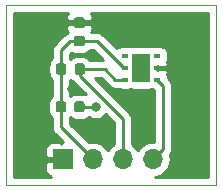
<source format=gbr>
G04 #@! TF.GenerationSoftware,KiCad,Pcbnew,(5.1.4)-1*
G04 #@! TF.CreationDate,2020-05-14T15:58:35+02:00*
G04 #@! TF.ProjectId,sts21,73747332-312e-46b6-9963-61645f706362,rev?*
G04 #@! TF.SameCoordinates,Original*
G04 #@! TF.FileFunction,Copper,L1,Top*
G04 #@! TF.FilePolarity,Positive*
%FSLAX46Y46*%
G04 Gerber Fmt 4.6, Leading zero omitted, Abs format (unit mm)*
G04 Created by KiCad (PCBNEW (5.1.4)-1) date 2020-05-14 15:58:35*
%MOMM*%
%LPD*%
G04 APERTURE LIST*
%ADD10C,0.100000*%
%ADD11R,1.500000X2.400000*%
%ADD12R,0.600000X0.400000*%
%ADD13C,0.875000*%
%ADD14O,1.700000X1.700000*%
%ADD15R,1.700000X1.700000*%
%ADD16C,0.800000*%
%ADD17C,0.250000*%
%ADD18C,0.254000*%
G04 APERTURE END LIST*
D10*
X122047000Y-92710000D02*
X122047000Y-77470000D01*
X139827000Y-92710000D02*
X122047000Y-92710000D01*
X139827000Y-77470000D02*
X139827000Y-92710000D01*
X122047000Y-77470000D02*
X139827000Y-77470000D01*
D11*
X133477000Y-82804000D03*
D12*
X132127000Y-82804000D03*
X132127000Y-81804000D03*
X132127000Y-83804000D03*
X134827000Y-81804000D03*
X134827000Y-82804000D03*
X134827000Y-83804000D03*
D10*
G36*
X128535691Y-82431553D02*
G01*
X128556926Y-82434703D01*
X128577750Y-82439919D01*
X128597962Y-82447151D01*
X128617368Y-82456330D01*
X128635781Y-82467366D01*
X128653024Y-82480154D01*
X128668930Y-82494570D01*
X128683346Y-82510476D01*
X128696134Y-82527719D01*
X128707170Y-82546132D01*
X128716349Y-82565538D01*
X128723581Y-82585750D01*
X128728797Y-82606574D01*
X128731947Y-82627809D01*
X128733000Y-82649250D01*
X128733000Y-83161750D01*
X128731947Y-83183191D01*
X128728797Y-83204426D01*
X128723581Y-83225250D01*
X128716349Y-83245462D01*
X128707170Y-83264868D01*
X128696134Y-83283281D01*
X128683346Y-83300524D01*
X128668930Y-83316430D01*
X128653024Y-83330846D01*
X128635781Y-83343634D01*
X128617368Y-83354670D01*
X128597962Y-83363849D01*
X128577750Y-83371081D01*
X128556926Y-83376297D01*
X128535691Y-83379447D01*
X128514250Y-83380500D01*
X128076750Y-83380500D01*
X128055309Y-83379447D01*
X128034074Y-83376297D01*
X128013250Y-83371081D01*
X127993038Y-83363849D01*
X127973632Y-83354670D01*
X127955219Y-83343634D01*
X127937976Y-83330846D01*
X127922070Y-83316430D01*
X127907654Y-83300524D01*
X127894866Y-83283281D01*
X127883830Y-83264868D01*
X127874651Y-83245462D01*
X127867419Y-83225250D01*
X127862203Y-83204426D01*
X127859053Y-83183191D01*
X127858000Y-83161750D01*
X127858000Y-82649250D01*
X127859053Y-82627809D01*
X127862203Y-82606574D01*
X127867419Y-82585750D01*
X127874651Y-82565538D01*
X127883830Y-82546132D01*
X127894866Y-82527719D01*
X127907654Y-82510476D01*
X127922070Y-82494570D01*
X127937976Y-82480154D01*
X127955219Y-82467366D01*
X127973632Y-82456330D01*
X127993038Y-82447151D01*
X128013250Y-82439919D01*
X128034074Y-82434703D01*
X128055309Y-82431553D01*
X128076750Y-82430500D01*
X128514250Y-82430500D01*
X128535691Y-82431553D01*
X128535691Y-82431553D01*
G37*
D13*
X128295500Y-82905500D03*
D10*
G36*
X126960691Y-82431553D02*
G01*
X126981926Y-82434703D01*
X127002750Y-82439919D01*
X127022962Y-82447151D01*
X127042368Y-82456330D01*
X127060781Y-82467366D01*
X127078024Y-82480154D01*
X127093930Y-82494570D01*
X127108346Y-82510476D01*
X127121134Y-82527719D01*
X127132170Y-82546132D01*
X127141349Y-82565538D01*
X127148581Y-82585750D01*
X127153797Y-82606574D01*
X127156947Y-82627809D01*
X127158000Y-82649250D01*
X127158000Y-83161750D01*
X127156947Y-83183191D01*
X127153797Y-83204426D01*
X127148581Y-83225250D01*
X127141349Y-83245462D01*
X127132170Y-83264868D01*
X127121134Y-83283281D01*
X127108346Y-83300524D01*
X127093930Y-83316430D01*
X127078024Y-83330846D01*
X127060781Y-83343634D01*
X127042368Y-83354670D01*
X127022962Y-83363849D01*
X127002750Y-83371081D01*
X126981926Y-83376297D01*
X126960691Y-83379447D01*
X126939250Y-83380500D01*
X126501750Y-83380500D01*
X126480309Y-83379447D01*
X126459074Y-83376297D01*
X126438250Y-83371081D01*
X126418038Y-83363849D01*
X126398632Y-83354670D01*
X126380219Y-83343634D01*
X126362976Y-83330846D01*
X126347070Y-83316430D01*
X126332654Y-83300524D01*
X126319866Y-83283281D01*
X126308830Y-83264868D01*
X126299651Y-83245462D01*
X126292419Y-83225250D01*
X126287203Y-83204426D01*
X126284053Y-83183191D01*
X126283000Y-83161750D01*
X126283000Y-82649250D01*
X126284053Y-82627809D01*
X126287203Y-82606574D01*
X126292419Y-82585750D01*
X126299651Y-82565538D01*
X126308830Y-82546132D01*
X126319866Y-82527719D01*
X126332654Y-82510476D01*
X126347070Y-82494570D01*
X126362976Y-82480154D01*
X126380219Y-82467366D01*
X126398632Y-82456330D01*
X126418038Y-82447151D01*
X126438250Y-82439919D01*
X126459074Y-82434703D01*
X126480309Y-82431553D01*
X126501750Y-82430500D01*
X126939250Y-82430500D01*
X126960691Y-82431553D01*
X126960691Y-82431553D01*
G37*
D13*
X126720500Y-82905500D03*
D10*
G36*
X128510191Y-85632053D02*
G01*
X128531426Y-85635203D01*
X128552250Y-85640419D01*
X128572462Y-85647651D01*
X128591868Y-85656830D01*
X128610281Y-85667866D01*
X128627524Y-85680654D01*
X128643430Y-85695070D01*
X128657846Y-85710976D01*
X128670634Y-85728219D01*
X128681670Y-85746632D01*
X128690849Y-85766038D01*
X128698081Y-85786250D01*
X128703297Y-85807074D01*
X128706447Y-85828309D01*
X128707500Y-85849750D01*
X128707500Y-86362250D01*
X128706447Y-86383691D01*
X128703297Y-86404926D01*
X128698081Y-86425750D01*
X128690849Y-86445962D01*
X128681670Y-86465368D01*
X128670634Y-86483781D01*
X128657846Y-86501024D01*
X128643430Y-86516930D01*
X128627524Y-86531346D01*
X128610281Y-86544134D01*
X128591868Y-86555170D01*
X128572462Y-86564349D01*
X128552250Y-86571581D01*
X128531426Y-86576797D01*
X128510191Y-86579947D01*
X128488750Y-86581000D01*
X128051250Y-86581000D01*
X128029809Y-86579947D01*
X128008574Y-86576797D01*
X127987750Y-86571581D01*
X127967538Y-86564349D01*
X127948132Y-86555170D01*
X127929719Y-86544134D01*
X127912476Y-86531346D01*
X127896570Y-86516930D01*
X127882154Y-86501024D01*
X127869366Y-86483781D01*
X127858330Y-86465368D01*
X127849151Y-86445962D01*
X127841919Y-86425750D01*
X127836703Y-86404926D01*
X127833553Y-86383691D01*
X127832500Y-86362250D01*
X127832500Y-85849750D01*
X127833553Y-85828309D01*
X127836703Y-85807074D01*
X127841919Y-85786250D01*
X127849151Y-85766038D01*
X127858330Y-85746632D01*
X127869366Y-85728219D01*
X127882154Y-85710976D01*
X127896570Y-85695070D01*
X127912476Y-85680654D01*
X127929719Y-85667866D01*
X127948132Y-85656830D01*
X127967538Y-85647651D01*
X127987750Y-85640419D01*
X128008574Y-85635203D01*
X128029809Y-85632053D01*
X128051250Y-85631000D01*
X128488750Y-85631000D01*
X128510191Y-85632053D01*
X128510191Y-85632053D01*
G37*
D13*
X128270000Y-86106000D03*
D10*
G36*
X126935191Y-85632053D02*
G01*
X126956426Y-85635203D01*
X126977250Y-85640419D01*
X126997462Y-85647651D01*
X127016868Y-85656830D01*
X127035281Y-85667866D01*
X127052524Y-85680654D01*
X127068430Y-85695070D01*
X127082846Y-85710976D01*
X127095634Y-85728219D01*
X127106670Y-85746632D01*
X127115849Y-85766038D01*
X127123081Y-85786250D01*
X127128297Y-85807074D01*
X127131447Y-85828309D01*
X127132500Y-85849750D01*
X127132500Y-86362250D01*
X127131447Y-86383691D01*
X127128297Y-86404926D01*
X127123081Y-86425750D01*
X127115849Y-86445962D01*
X127106670Y-86465368D01*
X127095634Y-86483781D01*
X127082846Y-86501024D01*
X127068430Y-86516930D01*
X127052524Y-86531346D01*
X127035281Y-86544134D01*
X127016868Y-86555170D01*
X126997462Y-86564349D01*
X126977250Y-86571581D01*
X126956426Y-86576797D01*
X126935191Y-86579947D01*
X126913750Y-86581000D01*
X126476250Y-86581000D01*
X126454809Y-86579947D01*
X126433574Y-86576797D01*
X126412750Y-86571581D01*
X126392538Y-86564349D01*
X126373132Y-86555170D01*
X126354719Y-86544134D01*
X126337476Y-86531346D01*
X126321570Y-86516930D01*
X126307154Y-86501024D01*
X126294366Y-86483781D01*
X126283330Y-86465368D01*
X126274151Y-86445962D01*
X126266919Y-86425750D01*
X126261703Y-86404926D01*
X126258553Y-86383691D01*
X126257500Y-86362250D01*
X126257500Y-85849750D01*
X126258553Y-85828309D01*
X126261703Y-85807074D01*
X126266919Y-85786250D01*
X126274151Y-85766038D01*
X126283330Y-85746632D01*
X126294366Y-85728219D01*
X126307154Y-85710976D01*
X126321570Y-85695070D01*
X126337476Y-85680654D01*
X126354719Y-85667866D01*
X126373132Y-85656830D01*
X126392538Y-85647651D01*
X126412750Y-85640419D01*
X126433574Y-85635203D01*
X126454809Y-85632053D01*
X126476250Y-85631000D01*
X126913750Y-85631000D01*
X126935191Y-85632053D01*
X126935191Y-85632053D01*
G37*
D13*
X126695000Y-86106000D03*
D14*
X134493000Y-90551000D03*
X131953000Y-90551000D03*
X129413000Y-90551000D03*
D15*
X126873000Y-90551000D03*
D10*
G36*
X128547691Y-80107053D02*
G01*
X128568926Y-80110203D01*
X128589750Y-80115419D01*
X128609962Y-80122651D01*
X128629368Y-80131830D01*
X128647781Y-80142866D01*
X128665024Y-80155654D01*
X128680930Y-80170070D01*
X128695346Y-80185976D01*
X128708134Y-80203219D01*
X128719170Y-80221632D01*
X128728349Y-80241038D01*
X128735581Y-80261250D01*
X128740797Y-80282074D01*
X128743947Y-80303309D01*
X128745000Y-80324750D01*
X128745000Y-80762250D01*
X128743947Y-80783691D01*
X128740797Y-80804926D01*
X128735581Y-80825750D01*
X128728349Y-80845962D01*
X128719170Y-80865368D01*
X128708134Y-80883781D01*
X128695346Y-80901024D01*
X128680930Y-80916930D01*
X128665024Y-80931346D01*
X128647781Y-80944134D01*
X128629368Y-80955170D01*
X128609962Y-80964349D01*
X128589750Y-80971581D01*
X128568926Y-80976797D01*
X128547691Y-80979947D01*
X128526250Y-80981000D01*
X128013750Y-80981000D01*
X127992309Y-80979947D01*
X127971074Y-80976797D01*
X127950250Y-80971581D01*
X127930038Y-80964349D01*
X127910632Y-80955170D01*
X127892219Y-80944134D01*
X127874976Y-80931346D01*
X127859070Y-80916930D01*
X127844654Y-80901024D01*
X127831866Y-80883781D01*
X127820830Y-80865368D01*
X127811651Y-80845962D01*
X127804419Y-80825750D01*
X127799203Y-80804926D01*
X127796053Y-80783691D01*
X127795000Y-80762250D01*
X127795000Y-80324750D01*
X127796053Y-80303309D01*
X127799203Y-80282074D01*
X127804419Y-80261250D01*
X127811651Y-80241038D01*
X127820830Y-80221632D01*
X127831866Y-80203219D01*
X127844654Y-80185976D01*
X127859070Y-80170070D01*
X127874976Y-80155654D01*
X127892219Y-80142866D01*
X127910632Y-80131830D01*
X127930038Y-80122651D01*
X127950250Y-80115419D01*
X127971074Y-80110203D01*
X127992309Y-80107053D01*
X128013750Y-80106000D01*
X128526250Y-80106000D01*
X128547691Y-80107053D01*
X128547691Y-80107053D01*
G37*
D13*
X128270000Y-80543500D03*
D10*
G36*
X128547691Y-78532053D02*
G01*
X128568926Y-78535203D01*
X128589750Y-78540419D01*
X128609962Y-78547651D01*
X128629368Y-78556830D01*
X128647781Y-78567866D01*
X128665024Y-78580654D01*
X128680930Y-78595070D01*
X128695346Y-78610976D01*
X128708134Y-78628219D01*
X128719170Y-78646632D01*
X128728349Y-78666038D01*
X128735581Y-78686250D01*
X128740797Y-78707074D01*
X128743947Y-78728309D01*
X128745000Y-78749750D01*
X128745000Y-79187250D01*
X128743947Y-79208691D01*
X128740797Y-79229926D01*
X128735581Y-79250750D01*
X128728349Y-79270962D01*
X128719170Y-79290368D01*
X128708134Y-79308781D01*
X128695346Y-79326024D01*
X128680930Y-79341930D01*
X128665024Y-79356346D01*
X128647781Y-79369134D01*
X128629368Y-79380170D01*
X128609962Y-79389349D01*
X128589750Y-79396581D01*
X128568926Y-79401797D01*
X128547691Y-79404947D01*
X128526250Y-79406000D01*
X128013750Y-79406000D01*
X127992309Y-79404947D01*
X127971074Y-79401797D01*
X127950250Y-79396581D01*
X127930038Y-79389349D01*
X127910632Y-79380170D01*
X127892219Y-79369134D01*
X127874976Y-79356346D01*
X127859070Y-79341930D01*
X127844654Y-79326024D01*
X127831866Y-79308781D01*
X127820830Y-79290368D01*
X127811651Y-79270962D01*
X127804419Y-79250750D01*
X127799203Y-79229926D01*
X127796053Y-79208691D01*
X127795000Y-79187250D01*
X127795000Y-78749750D01*
X127796053Y-78728309D01*
X127799203Y-78707074D01*
X127804419Y-78686250D01*
X127811651Y-78666038D01*
X127820830Y-78646632D01*
X127831866Y-78628219D01*
X127844654Y-78610976D01*
X127859070Y-78595070D01*
X127874976Y-78580654D01*
X127892219Y-78567866D01*
X127910632Y-78556830D01*
X127930038Y-78547651D01*
X127950250Y-78540419D01*
X127971074Y-78535203D01*
X127992309Y-78532053D01*
X128013750Y-78531000D01*
X128526250Y-78531000D01*
X128547691Y-78532053D01*
X128547691Y-78532053D01*
G37*
D13*
X128270000Y-78968500D03*
D16*
X133604000Y-85852000D03*
X127635000Y-84582000D03*
X129667000Y-88138000D03*
X129286000Y-81661000D03*
X129667000Y-86106000D03*
D17*
X126695000Y-87833000D02*
X129413000Y-90551000D01*
X126695000Y-86106000D02*
X126695000Y-87833000D01*
X126695000Y-82931000D02*
X126720500Y-82905500D01*
X126695000Y-86106000D02*
X126695000Y-82931000D01*
X128845000Y-80543500D02*
X128270000Y-80543500D01*
X129766500Y-80543500D02*
X128845000Y-80543500D01*
X132027000Y-82804000D02*
X129766500Y-80543500D01*
X132127000Y-82804000D02*
X132027000Y-82804000D01*
X126720500Y-81305500D02*
X126720500Y-82905500D01*
X128270000Y-80543500D02*
X127482500Y-80543500D01*
X127482500Y-80543500D02*
X126720500Y-81305500D01*
X134927000Y-83804000D02*
X134827000Y-83804000D01*
X135342999Y-89701001D02*
X135342999Y-84319999D01*
X134493000Y-90551000D02*
X135342999Y-89701001D01*
X128270000Y-86106000D02*
X129667000Y-86106000D01*
X135342999Y-84319999D02*
X134827000Y-83804000D01*
X131953000Y-87138000D02*
X131953000Y-90551000D01*
X128295500Y-82905500D02*
X128295500Y-83480500D01*
X128295500Y-83480500D02*
X131953000Y-87138000D01*
X128295500Y-82905500D02*
X130403500Y-82905500D01*
X131302000Y-83804000D02*
X132127000Y-83804000D01*
X130403500Y-82905500D02*
X131302000Y-83804000D01*
D18*
G36*
X127264463Y-78176506D02*
G01*
X127205498Y-78286820D01*
X127169188Y-78406518D01*
X127156928Y-78531000D01*
X127160000Y-78682750D01*
X127318750Y-78841500D01*
X128143000Y-78841500D01*
X128143000Y-78821500D01*
X128397000Y-78821500D01*
X128397000Y-78841500D01*
X129221250Y-78841500D01*
X129380000Y-78682750D01*
X129383072Y-78531000D01*
X129370812Y-78406518D01*
X129334502Y-78286820D01*
X129275537Y-78176506D01*
X129257888Y-78155000D01*
X139142000Y-78155000D01*
X139142001Y-92025000D01*
X134677635Y-92025000D01*
X134784111Y-92014513D01*
X135064034Y-91929599D01*
X135322014Y-91791706D01*
X135548134Y-91606134D01*
X135733706Y-91380014D01*
X135871599Y-91122034D01*
X135956513Y-90842111D01*
X135985185Y-90551000D01*
X135956513Y-90259889D01*
X135932491Y-90180698D01*
X135977973Y-90125278D01*
X136048545Y-89993248D01*
X136052574Y-89979966D01*
X136092002Y-89849987D01*
X136102999Y-89738334D01*
X136102999Y-89738325D01*
X136106675Y-89701002D01*
X136102999Y-89663679D01*
X136102999Y-84357324D01*
X136106675Y-84319999D01*
X136102999Y-84282674D01*
X136102999Y-84282666D01*
X136092002Y-84171013D01*
X136048545Y-84027752D01*
X135977973Y-83895723D01*
X135883000Y-83779998D01*
X135854001Y-83756199D01*
X135765072Y-83667270D01*
X135765072Y-83604000D01*
X135752812Y-83479518D01*
X135716502Y-83359820D01*
X135686771Y-83304199D01*
X135710032Y-83263249D01*
X135749406Y-83144524D01*
X135762000Y-83035750D01*
X135603250Y-82877000D01*
X134954000Y-82877000D01*
X134954000Y-82951000D01*
X134865072Y-82951000D01*
X134865072Y-82657000D01*
X134954000Y-82657000D01*
X134954000Y-82731000D01*
X135603250Y-82731000D01*
X135762000Y-82572250D01*
X135749406Y-82463476D01*
X135710032Y-82344751D01*
X135686771Y-82303801D01*
X135716502Y-82248180D01*
X135752812Y-82128482D01*
X135765072Y-82004000D01*
X135765072Y-81604000D01*
X135752812Y-81479518D01*
X135716502Y-81359820D01*
X135657537Y-81249506D01*
X135578185Y-81152815D01*
X135481494Y-81073463D01*
X135371180Y-81014498D01*
X135251482Y-80978188D01*
X135127000Y-80965928D01*
X134527000Y-80965928D01*
X134402518Y-80978188D01*
X134377000Y-80985929D01*
X134351482Y-80978188D01*
X134227000Y-80965928D01*
X132727000Y-80965928D01*
X132602518Y-80978188D01*
X132577000Y-80985929D01*
X132551482Y-80978188D01*
X132427000Y-80965928D01*
X131827000Y-80965928D01*
X131702518Y-80978188D01*
X131582820Y-81014498D01*
X131472506Y-81073463D01*
X131416899Y-81119098D01*
X130330304Y-80032503D01*
X130306501Y-80003499D01*
X130190776Y-79908526D01*
X130058747Y-79837954D01*
X129915486Y-79794497D01*
X129803833Y-79783500D01*
X129803822Y-79783500D01*
X129766500Y-79779824D01*
X129729178Y-79783500D01*
X129256657Y-79783500D01*
X129275537Y-79760494D01*
X129334502Y-79650180D01*
X129370812Y-79530482D01*
X129383072Y-79406000D01*
X129380000Y-79254250D01*
X129221250Y-79095500D01*
X128397000Y-79095500D01*
X128397000Y-79115500D01*
X128143000Y-79115500D01*
X128143000Y-79095500D01*
X127318750Y-79095500D01*
X127160000Y-79254250D01*
X127156928Y-79406000D01*
X127169188Y-79530482D01*
X127205498Y-79650180D01*
X127264463Y-79760494D01*
X127300570Y-79804490D01*
X127190253Y-79837954D01*
X127058224Y-79908526D01*
X126942499Y-80003499D01*
X126918701Y-80032498D01*
X126209502Y-80741697D01*
X126180499Y-80765499D01*
X126125371Y-80832674D01*
X126085526Y-80881224D01*
X126039263Y-80967776D01*
X126014954Y-81013254D01*
X125971497Y-81156515D01*
X125960500Y-81268168D01*
X125960500Y-81268178D01*
X125956824Y-81305500D01*
X125960500Y-81342823D01*
X125960500Y-81990357D01*
X125895885Y-82043385D01*
X125789329Y-82173225D01*
X125710150Y-82321358D01*
X125661392Y-82482092D01*
X125644928Y-82649250D01*
X125644928Y-83161750D01*
X125661392Y-83328908D01*
X125710150Y-83489642D01*
X125789329Y-83637775D01*
X125895885Y-83767615D01*
X125935001Y-83799716D01*
X125935000Y-85190857D01*
X125870385Y-85243885D01*
X125763829Y-85373725D01*
X125684650Y-85521858D01*
X125635892Y-85682592D01*
X125619428Y-85849750D01*
X125619428Y-86362250D01*
X125635892Y-86529408D01*
X125684650Y-86690142D01*
X125763829Y-86838275D01*
X125870385Y-86968115D01*
X125935001Y-87021143D01*
X125935001Y-87795668D01*
X125931324Y-87833000D01*
X125945998Y-87981985D01*
X125989454Y-88125246D01*
X126060026Y-88257276D01*
X126131201Y-88344002D01*
X126155000Y-88373001D01*
X126183998Y-88396799D01*
X126853198Y-89066000D01*
X126745998Y-89066000D01*
X126745998Y-89224748D01*
X126587250Y-89066000D01*
X126023000Y-89062928D01*
X125898518Y-89075188D01*
X125778820Y-89111498D01*
X125668506Y-89170463D01*
X125571815Y-89249815D01*
X125492463Y-89346506D01*
X125433498Y-89456820D01*
X125397188Y-89576518D01*
X125384928Y-89701000D01*
X125388000Y-90265250D01*
X125546750Y-90424000D01*
X126746000Y-90424000D01*
X126746000Y-90404000D01*
X127000000Y-90404000D01*
X127000000Y-90424000D01*
X127020000Y-90424000D01*
X127020000Y-90678000D01*
X127000000Y-90678000D01*
X127000000Y-90698000D01*
X126746000Y-90698000D01*
X126746000Y-90678000D01*
X125546750Y-90678000D01*
X125388000Y-90836750D01*
X125384928Y-91401000D01*
X125397188Y-91525482D01*
X125433498Y-91645180D01*
X125492463Y-91755494D01*
X125571815Y-91852185D01*
X125668506Y-91931537D01*
X125778820Y-91990502D01*
X125892545Y-92025000D01*
X122732000Y-92025000D01*
X122732000Y-78155000D01*
X127282112Y-78155000D01*
X127264463Y-78176506D01*
X127264463Y-78176506D01*
G37*
X127264463Y-78176506D02*
X127205498Y-78286820D01*
X127169188Y-78406518D01*
X127156928Y-78531000D01*
X127160000Y-78682750D01*
X127318750Y-78841500D01*
X128143000Y-78841500D01*
X128143000Y-78821500D01*
X128397000Y-78821500D01*
X128397000Y-78841500D01*
X129221250Y-78841500D01*
X129380000Y-78682750D01*
X129383072Y-78531000D01*
X129370812Y-78406518D01*
X129334502Y-78286820D01*
X129275537Y-78176506D01*
X129257888Y-78155000D01*
X139142000Y-78155000D01*
X139142001Y-92025000D01*
X134677635Y-92025000D01*
X134784111Y-92014513D01*
X135064034Y-91929599D01*
X135322014Y-91791706D01*
X135548134Y-91606134D01*
X135733706Y-91380014D01*
X135871599Y-91122034D01*
X135956513Y-90842111D01*
X135985185Y-90551000D01*
X135956513Y-90259889D01*
X135932491Y-90180698D01*
X135977973Y-90125278D01*
X136048545Y-89993248D01*
X136052574Y-89979966D01*
X136092002Y-89849987D01*
X136102999Y-89738334D01*
X136102999Y-89738325D01*
X136106675Y-89701002D01*
X136102999Y-89663679D01*
X136102999Y-84357324D01*
X136106675Y-84319999D01*
X136102999Y-84282674D01*
X136102999Y-84282666D01*
X136092002Y-84171013D01*
X136048545Y-84027752D01*
X135977973Y-83895723D01*
X135883000Y-83779998D01*
X135854001Y-83756199D01*
X135765072Y-83667270D01*
X135765072Y-83604000D01*
X135752812Y-83479518D01*
X135716502Y-83359820D01*
X135686771Y-83304199D01*
X135710032Y-83263249D01*
X135749406Y-83144524D01*
X135762000Y-83035750D01*
X135603250Y-82877000D01*
X134954000Y-82877000D01*
X134954000Y-82951000D01*
X134865072Y-82951000D01*
X134865072Y-82657000D01*
X134954000Y-82657000D01*
X134954000Y-82731000D01*
X135603250Y-82731000D01*
X135762000Y-82572250D01*
X135749406Y-82463476D01*
X135710032Y-82344751D01*
X135686771Y-82303801D01*
X135716502Y-82248180D01*
X135752812Y-82128482D01*
X135765072Y-82004000D01*
X135765072Y-81604000D01*
X135752812Y-81479518D01*
X135716502Y-81359820D01*
X135657537Y-81249506D01*
X135578185Y-81152815D01*
X135481494Y-81073463D01*
X135371180Y-81014498D01*
X135251482Y-80978188D01*
X135127000Y-80965928D01*
X134527000Y-80965928D01*
X134402518Y-80978188D01*
X134377000Y-80985929D01*
X134351482Y-80978188D01*
X134227000Y-80965928D01*
X132727000Y-80965928D01*
X132602518Y-80978188D01*
X132577000Y-80985929D01*
X132551482Y-80978188D01*
X132427000Y-80965928D01*
X131827000Y-80965928D01*
X131702518Y-80978188D01*
X131582820Y-81014498D01*
X131472506Y-81073463D01*
X131416899Y-81119098D01*
X130330304Y-80032503D01*
X130306501Y-80003499D01*
X130190776Y-79908526D01*
X130058747Y-79837954D01*
X129915486Y-79794497D01*
X129803833Y-79783500D01*
X129803822Y-79783500D01*
X129766500Y-79779824D01*
X129729178Y-79783500D01*
X129256657Y-79783500D01*
X129275537Y-79760494D01*
X129334502Y-79650180D01*
X129370812Y-79530482D01*
X129383072Y-79406000D01*
X129380000Y-79254250D01*
X129221250Y-79095500D01*
X128397000Y-79095500D01*
X128397000Y-79115500D01*
X128143000Y-79115500D01*
X128143000Y-79095500D01*
X127318750Y-79095500D01*
X127160000Y-79254250D01*
X127156928Y-79406000D01*
X127169188Y-79530482D01*
X127205498Y-79650180D01*
X127264463Y-79760494D01*
X127300570Y-79804490D01*
X127190253Y-79837954D01*
X127058224Y-79908526D01*
X126942499Y-80003499D01*
X126918701Y-80032498D01*
X126209502Y-80741697D01*
X126180499Y-80765499D01*
X126125371Y-80832674D01*
X126085526Y-80881224D01*
X126039263Y-80967776D01*
X126014954Y-81013254D01*
X125971497Y-81156515D01*
X125960500Y-81268168D01*
X125960500Y-81268178D01*
X125956824Y-81305500D01*
X125960500Y-81342823D01*
X125960500Y-81990357D01*
X125895885Y-82043385D01*
X125789329Y-82173225D01*
X125710150Y-82321358D01*
X125661392Y-82482092D01*
X125644928Y-82649250D01*
X125644928Y-83161750D01*
X125661392Y-83328908D01*
X125710150Y-83489642D01*
X125789329Y-83637775D01*
X125895885Y-83767615D01*
X125935001Y-83799716D01*
X125935000Y-85190857D01*
X125870385Y-85243885D01*
X125763829Y-85373725D01*
X125684650Y-85521858D01*
X125635892Y-85682592D01*
X125619428Y-85849750D01*
X125619428Y-86362250D01*
X125635892Y-86529408D01*
X125684650Y-86690142D01*
X125763829Y-86838275D01*
X125870385Y-86968115D01*
X125935001Y-87021143D01*
X125935001Y-87795668D01*
X125931324Y-87833000D01*
X125945998Y-87981985D01*
X125989454Y-88125246D01*
X126060026Y-88257276D01*
X126131201Y-88344002D01*
X126155000Y-88373001D01*
X126183998Y-88396799D01*
X126853198Y-89066000D01*
X126745998Y-89066000D01*
X126745998Y-89224748D01*
X126587250Y-89066000D01*
X126023000Y-89062928D01*
X125898518Y-89075188D01*
X125778820Y-89111498D01*
X125668506Y-89170463D01*
X125571815Y-89249815D01*
X125492463Y-89346506D01*
X125433498Y-89456820D01*
X125397188Y-89576518D01*
X125384928Y-89701000D01*
X125388000Y-90265250D01*
X125546750Y-90424000D01*
X126746000Y-90424000D01*
X126746000Y-90404000D01*
X127000000Y-90404000D01*
X127000000Y-90424000D01*
X127020000Y-90424000D01*
X127020000Y-90678000D01*
X127000000Y-90678000D01*
X127000000Y-90698000D01*
X126746000Y-90698000D01*
X126746000Y-90678000D01*
X125546750Y-90678000D01*
X125388000Y-90836750D01*
X125384928Y-91401000D01*
X125397188Y-91525482D01*
X125433498Y-91645180D01*
X125492463Y-91755494D01*
X125571815Y-91852185D01*
X125668506Y-91931537D01*
X125778820Y-91990502D01*
X125892545Y-92025000D01*
X122732000Y-92025000D01*
X122732000Y-78155000D01*
X127282112Y-78155000D01*
X127264463Y-78176506D01*
G36*
X131193000Y-87452802D02*
G01*
X131193001Y-89273405D01*
X131123986Y-89310294D01*
X130897866Y-89495866D01*
X130712294Y-89721986D01*
X130683000Y-89776791D01*
X130653706Y-89721986D01*
X130468134Y-89495866D01*
X130242014Y-89310294D01*
X129984034Y-89172401D01*
X129704111Y-89087487D01*
X129485950Y-89066000D01*
X129340050Y-89066000D01*
X129121889Y-89087487D01*
X129047005Y-89110203D01*
X127455000Y-87518199D01*
X127455000Y-87021143D01*
X127482500Y-86998574D01*
X127575225Y-87074671D01*
X127723358Y-87153850D01*
X127884092Y-87202608D01*
X128051250Y-87219072D01*
X128488750Y-87219072D01*
X128655908Y-87202608D01*
X128816642Y-87153850D01*
X128964775Y-87074671D01*
X129094472Y-86968233D01*
X129176744Y-87023205D01*
X129365102Y-87101226D01*
X129565061Y-87141000D01*
X129768939Y-87141000D01*
X129968898Y-87101226D01*
X130157256Y-87023205D01*
X130326774Y-86909937D01*
X130470937Y-86765774D01*
X130484970Y-86744772D01*
X131193000Y-87452802D01*
X131193000Y-87452802D01*
G37*
X131193000Y-87452802D02*
X131193001Y-89273405D01*
X131123986Y-89310294D01*
X130897866Y-89495866D01*
X130712294Y-89721986D01*
X130683000Y-89776791D01*
X130653706Y-89721986D01*
X130468134Y-89495866D01*
X130242014Y-89310294D01*
X129984034Y-89172401D01*
X129704111Y-89087487D01*
X129485950Y-89066000D01*
X129340050Y-89066000D01*
X129121889Y-89087487D01*
X129047005Y-89110203D01*
X127455000Y-87518199D01*
X127455000Y-87021143D01*
X127482500Y-86998574D01*
X127575225Y-87074671D01*
X127723358Y-87153850D01*
X127884092Y-87202608D01*
X128051250Y-87219072D01*
X128488750Y-87219072D01*
X128655908Y-87202608D01*
X128816642Y-87153850D01*
X128964775Y-87074671D01*
X129094472Y-86968233D01*
X129176744Y-87023205D01*
X129365102Y-87101226D01*
X129565061Y-87141000D01*
X129768939Y-87141000D01*
X129968898Y-87101226D01*
X130157256Y-87023205D01*
X130326774Y-86909937D01*
X130470937Y-86765774D01*
X130484970Y-86744772D01*
X131193000Y-87452802D01*
G36*
X130738200Y-84315002D02*
G01*
X130761999Y-84344001D01*
X130790997Y-84367799D01*
X130877723Y-84438974D01*
X131009753Y-84509546D01*
X131153014Y-84553003D01*
X131264667Y-84564000D01*
X131264677Y-84564000D01*
X131302000Y-84567676D01*
X131339323Y-84564000D01*
X131527627Y-84564000D01*
X131582820Y-84593502D01*
X131702518Y-84629812D01*
X131827000Y-84642072D01*
X132427000Y-84642072D01*
X132551482Y-84629812D01*
X132577000Y-84622071D01*
X132602518Y-84629812D01*
X132727000Y-84642072D01*
X134227000Y-84642072D01*
X134351482Y-84629812D01*
X134377000Y-84622071D01*
X134402518Y-84629812D01*
X134527000Y-84642072D01*
X134583000Y-84642072D01*
X134582999Y-89067679D01*
X134565950Y-89066000D01*
X134420050Y-89066000D01*
X134201889Y-89087487D01*
X133921966Y-89172401D01*
X133663986Y-89310294D01*
X133437866Y-89495866D01*
X133252294Y-89721986D01*
X133223000Y-89776791D01*
X133193706Y-89721986D01*
X133008134Y-89495866D01*
X132782014Y-89310294D01*
X132713000Y-89273405D01*
X132713000Y-87175322D01*
X132716676Y-87137999D01*
X132713000Y-87100676D01*
X132713000Y-87100667D01*
X132702003Y-86989014D01*
X132658546Y-86845753D01*
X132587975Y-86713725D01*
X132587974Y-86713723D01*
X132516799Y-86626997D01*
X132493001Y-86597999D01*
X132464004Y-86574202D01*
X129555301Y-83665500D01*
X130088699Y-83665500D01*
X130738200Y-84315002D01*
X130738200Y-84315002D01*
G37*
X130738200Y-84315002D02*
X130761999Y-84344001D01*
X130790997Y-84367799D01*
X130877723Y-84438974D01*
X131009753Y-84509546D01*
X131153014Y-84553003D01*
X131264667Y-84564000D01*
X131264677Y-84564000D01*
X131302000Y-84567676D01*
X131339323Y-84564000D01*
X131527627Y-84564000D01*
X131582820Y-84593502D01*
X131702518Y-84629812D01*
X131827000Y-84642072D01*
X132427000Y-84642072D01*
X132551482Y-84629812D01*
X132577000Y-84622071D01*
X132602518Y-84629812D01*
X132727000Y-84642072D01*
X134227000Y-84642072D01*
X134351482Y-84629812D01*
X134377000Y-84622071D01*
X134402518Y-84629812D01*
X134527000Y-84642072D01*
X134583000Y-84642072D01*
X134582999Y-89067679D01*
X134565950Y-89066000D01*
X134420050Y-89066000D01*
X134201889Y-89087487D01*
X133921966Y-89172401D01*
X133663986Y-89310294D01*
X133437866Y-89495866D01*
X133252294Y-89721986D01*
X133223000Y-89776791D01*
X133193706Y-89721986D01*
X133008134Y-89495866D01*
X132782014Y-89310294D01*
X132713000Y-89273405D01*
X132713000Y-87175322D01*
X132716676Y-87137999D01*
X132713000Y-87100676D01*
X132713000Y-87100667D01*
X132702003Y-86989014D01*
X132658546Y-86845753D01*
X132587975Y-86713725D01*
X132587974Y-86713723D01*
X132516799Y-86626997D01*
X132493001Y-86597999D01*
X132464004Y-86574202D01*
X129555301Y-83665500D01*
X130088699Y-83665500D01*
X130738200Y-84315002D01*
G36*
X127600725Y-83874171D02*
G01*
X127662514Y-83907198D01*
X127731701Y-83991502D01*
X127755500Y-84020501D01*
X127784498Y-84044299D01*
X128790383Y-85050185D01*
X128655908Y-85009392D01*
X128488750Y-84992928D01*
X128051250Y-84992928D01*
X127884092Y-85009392D01*
X127723358Y-85058150D01*
X127575225Y-85137329D01*
X127482500Y-85213426D01*
X127455000Y-85190857D01*
X127455000Y-83841570D01*
X127508000Y-83798074D01*
X127600725Y-83874171D01*
X127600725Y-83874171D01*
G37*
X127600725Y-83874171D02*
X127662514Y-83907198D01*
X127731701Y-83991502D01*
X127755500Y-84020501D01*
X127784498Y-84044299D01*
X128790383Y-85050185D01*
X128655908Y-85009392D01*
X128488750Y-84992928D01*
X128051250Y-84992928D01*
X127884092Y-85009392D01*
X127723358Y-85058150D01*
X127575225Y-85137329D01*
X127482500Y-85213426D01*
X127455000Y-85190857D01*
X127455000Y-83841570D01*
X127508000Y-83798074D01*
X127600725Y-83874171D01*
G36*
X130293699Y-82145500D02*
G01*
X129203918Y-82145500D01*
X129120115Y-82043385D01*
X128990275Y-81936829D01*
X128842142Y-81857650D01*
X128681408Y-81808892D01*
X128514250Y-81792428D01*
X128076750Y-81792428D01*
X127909592Y-81808892D01*
X127748858Y-81857650D01*
X127600725Y-81936829D01*
X127508000Y-82012926D01*
X127480500Y-81990357D01*
X127480500Y-81620301D01*
X127595336Y-81505465D01*
X127685858Y-81553850D01*
X127846592Y-81602608D01*
X128013750Y-81619072D01*
X128526250Y-81619072D01*
X128693408Y-81602608D01*
X128854142Y-81553850D01*
X129002275Y-81474671D01*
X129132115Y-81368115D01*
X129185143Y-81303500D01*
X129451699Y-81303500D01*
X130293699Y-82145500D01*
X130293699Y-82145500D01*
G37*
X130293699Y-82145500D02*
X129203918Y-82145500D01*
X129120115Y-82043385D01*
X128990275Y-81936829D01*
X128842142Y-81857650D01*
X128681408Y-81808892D01*
X128514250Y-81792428D01*
X128076750Y-81792428D01*
X127909592Y-81808892D01*
X127748858Y-81857650D01*
X127600725Y-81936829D01*
X127508000Y-82012926D01*
X127480500Y-81990357D01*
X127480500Y-81620301D01*
X127595336Y-81505465D01*
X127685858Y-81553850D01*
X127846592Y-81602608D01*
X128013750Y-81619072D01*
X128526250Y-81619072D01*
X128693408Y-81602608D01*
X128854142Y-81553850D01*
X129002275Y-81474671D01*
X129132115Y-81368115D01*
X129185143Y-81303500D01*
X129451699Y-81303500D01*
X130293699Y-82145500D01*
M02*

</source>
